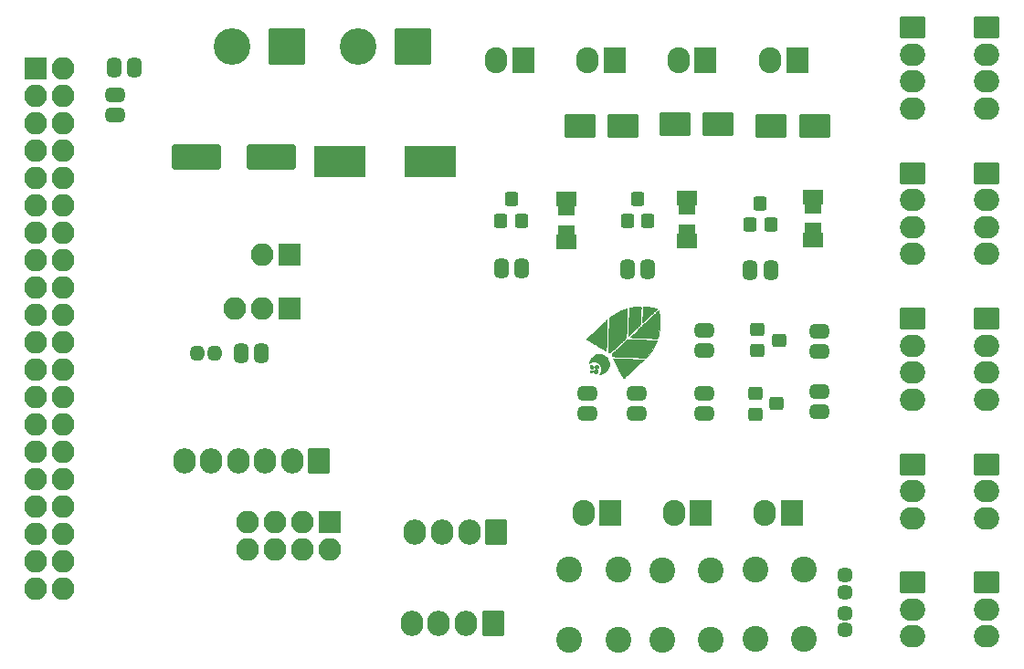
<source format=gbr>
G04 #@! TF.GenerationSoftware,KiCad,Pcbnew,7.0.7*
G04 #@! TF.CreationDate,2023-10-12T15:34:55+02:00*
G04 #@! TF.ProjectId,Astroplant_VFR,41737472-6f70-46c6-916e-745f5646522e,0.5*
G04 #@! TF.SameCoordinates,Original*
G04 #@! TF.FileFunction,Soldermask,Top*
G04 #@! TF.FilePolarity,Negative*
%FSLAX46Y46*%
G04 Gerber Fmt 4.6, Leading zero omitted, Abs format (unit mm)*
G04 Created by KiCad (PCBNEW 7.0.7) date 2023-10-12 15:34:55*
%MOMM*%
%LPD*%
G01*
G04 APERTURE LIST*
G04 Aperture macros list*
%AMRoundRect*
0 Rectangle with rounded corners*
0 $1 Rounding radius*
0 $2 $3 $4 $5 $6 $7 $8 $9 X,Y pos of 4 corners*
0 Add a 4 corners polygon primitive as box body*
4,1,4,$2,$3,$4,$5,$6,$7,$8,$9,$2,$3,0*
0 Add four circle primitives for the rounded corners*
1,1,$1+$1,$2,$3*
1,1,$1+$1,$4,$5*
1,1,$1+$1,$6,$7*
1,1,$1+$1,$8,$9*
0 Add four rect primitives between the rounded corners*
20,1,$1+$1,$2,$3,$4,$5,0*
20,1,$1+$1,$4,$5,$6,$7,0*
20,1,$1+$1,$6,$7,$8,$9,0*
20,1,$1+$1,$8,$9,$2,$3,0*%
%AMFreePoly0*
4,1,23,0.586777,0.930194,0.656366,0.874698,0.666410,0.860940,1.166410,0.110940,1.198065,0.027751,1.190491,-0.060935,1.166410,-0.110940,0.666410,-0.860940,0.601795,-0.922156,0.517019,-0.949275,0.500000,-0.950000,-0.500000,-0.950000,-0.586777,-0.930194,-0.656366,-0.874698,-0.694986,-0.794504,-0.700000,-0.750000,-0.700000,0.750000,-0.680194,0.836777,-0.624698,0.906366,-0.544504,0.944986,
-0.500000,0.950000,0.500000,0.950000,0.586777,0.930194,0.586777,0.930194,$1*%
G04 Aperture macros list end*
%ADD10C,0.010000*%
%ADD11RoundRect,0.200000X2.200000X1.250000X-2.200000X1.250000X-2.200000X-1.250000X2.200000X-1.250000X0*%
%ADD12RoundRect,0.443750X0.456250X-0.243750X0.456250X0.243750X-0.456250X0.243750X-0.456250X-0.243750X0*%
%ADD13RoundRect,0.443750X0.243750X0.456250X-0.243750X0.456250X-0.243750X-0.456250X0.243750X-0.456250X0*%
%ADD14RoundRect,0.200000X2.075000X0.950000X-2.075000X0.950000X-2.075000X-0.950000X2.075000X-0.950000X0*%
%ADD15RoundRect,0.418750X0.256250X-0.218750X0.256250X0.218750X-0.256250X0.218750X-0.256250X-0.218750X0*%
%ADD16RoundRect,0.200000X1.250000X0.900000X-1.250000X0.900000X-1.250000X-0.900000X1.250000X-0.900000X0*%
%ADD17RoundRect,0.418750X-0.218750X-0.256250X0.218750X-0.256250X0.218750X0.256250X-0.218750X0.256250X0*%
%ADD18RoundRect,0.200000X0.850000X0.975000X-0.850000X0.975000X-0.850000X-0.975000X0.850000X-0.975000X0*%
%ADD19O,2.100000X2.350000*%
%ADD20RoundRect,0.200000X-0.850000X-0.850000X0.850000X-0.850000X0.850000X0.850000X-0.850000X0.850000X0*%
%ADD21O,2.100000X2.100000*%
%ADD22RoundRect,0.200000X-0.975000X0.850000X-0.975000X-0.850000X0.975000X-0.850000X0.975000X0.850000X0*%
%ADD23O,2.350000X2.100000*%
%ADD24RoundRect,0.200000X0.850000X1.000000X-0.850000X1.000000X-0.850000X-1.000000X0.850000X-1.000000X0*%
%ADD25O,2.100000X2.400000*%
%ADD26RoundRect,0.200000X-0.850000X0.850000X-0.850000X-0.850000X0.850000X-0.850000X0.850000X0.850000X0*%
%ADD27R,1.500000X1.500000*%
%ADD28FreePoly0,270.000000*%
%ADD29FreePoly0,90.000000*%
%ADD30RoundRect,0.200000X-0.450000X-0.400000X0.450000X-0.400000X0.450000X0.400000X-0.450000X0.400000X0*%
%ADD31RoundRect,0.200000X0.400000X-0.450000X0.400000X0.450000X-0.400000X0.450000X-0.400000X-0.450000X0*%
%ADD32RoundRect,0.443750X-0.456250X0.243750X-0.456250X-0.243750X0.456250X-0.243750X0.456250X0.243750X0*%
%ADD33RoundRect,0.418750X-0.256250X0.218750X-0.256250X-0.218750X0.256250X-0.218750X0.256250X0.218750X0*%
%ADD34RoundRect,0.443750X-0.243750X-0.456250X0.243750X-0.456250X0.243750X0.456250X-0.243750X0.456250X0*%
%ADD35C,2.400000*%
%ADD36RoundRect,0.200000X1.500000X1.500000X-1.500000X1.500000X-1.500000X-1.500000X1.500000X-1.500000X0*%
%ADD37C,3.400000*%
G04 APERTURE END LIST*
D10*
X153743162Y-71385235D02*
X153773454Y-71394978D01*
X153807142Y-71419834D01*
X153830425Y-71455522D01*
X153840788Y-71497888D01*
X153841089Y-71506590D01*
X153833430Y-71546996D01*
X153812655Y-71581198D01*
X153782068Y-71606744D01*
X153744971Y-71621185D01*
X153704668Y-71622068D01*
X153690100Y-71618624D01*
X153660375Y-71605938D01*
X153637821Y-71586444D01*
X153619237Y-71559984D01*
X153604575Y-71522108D01*
X153604459Y-71484517D01*
X153616633Y-71449622D01*
X153638845Y-71419835D01*
X153668839Y-71397566D01*
X153704363Y-71385229D01*
X153743162Y-71385235D01*
G36*
X153743162Y-71385235D02*
G01*
X153773454Y-71394978D01*
X153807142Y-71419834D01*
X153830425Y-71455522D01*
X153840788Y-71497888D01*
X153841089Y-71506590D01*
X153833430Y-71546996D01*
X153812655Y-71581198D01*
X153782068Y-71606744D01*
X153744971Y-71621185D01*
X153704668Y-71622068D01*
X153690100Y-71618624D01*
X153660375Y-71605938D01*
X153637821Y-71586444D01*
X153619237Y-71559984D01*
X153604575Y-71522108D01*
X153604459Y-71484517D01*
X153616633Y-71449622D01*
X153638845Y-71419835D01*
X153668839Y-71397566D01*
X153704363Y-71385229D01*
X153743162Y-71385235D01*
G37*
X153779138Y-70920046D02*
X153817450Y-70932581D01*
X153860421Y-70960806D01*
X153891497Y-70999724D01*
X153909234Y-71046706D01*
X153912192Y-71099121D01*
X153911654Y-71104268D01*
X153898443Y-71155970D01*
X153872750Y-71196383D01*
X153835178Y-71224969D01*
X153786324Y-71241193D01*
X153754635Y-71244663D01*
X153713271Y-71244172D01*
X153683753Y-71238022D01*
X153673167Y-71233235D01*
X153630103Y-71202372D01*
X153601695Y-71164117D01*
X153586968Y-71116780D01*
X153584267Y-71079528D01*
X153591779Y-71028883D01*
X153612636Y-70985747D01*
X153644320Y-70951708D01*
X153684311Y-70928354D01*
X153730090Y-70917270D01*
X153779138Y-70920046D01*
G36*
X153779138Y-70920046D02*
G01*
X153817450Y-70932581D01*
X153860421Y-70960806D01*
X153891497Y-70999724D01*
X153909234Y-71046706D01*
X153912192Y-71099121D01*
X153911654Y-71104268D01*
X153898443Y-71155970D01*
X153872750Y-71196383D01*
X153835178Y-71224969D01*
X153786324Y-71241193D01*
X153754635Y-71244663D01*
X153713271Y-71244172D01*
X153683753Y-71238022D01*
X153673167Y-71233235D01*
X153630103Y-71202372D01*
X153601695Y-71164117D01*
X153586968Y-71116780D01*
X153584267Y-71079528D01*
X153591779Y-71028883D01*
X153612636Y-70985747D01*
X153644320Y-70951708D01*
X153684311Y-70928354D01*
X153730090Y-70917270D01*
X153779138Y-70920046D01*
G37*
X154258994Y-70907875D02*
X154296630Y-70926459D01*
X154297492Y-70927109D01*
X154330574Y-70961933D01*
X154352240Y-71004869D01*
X154362014Y-71052011D01*
X154359418Y-71099453D01*
X154343976Y-71143289D01*
X154326872Y-71167944D01*
X154289844Y-71199646D01*
X154246163Y-71220489D01*
X154200032Y-71229449D01*
X154155650Y-71225500D01*
X154130367Y-71215865D01*
X154084886Y-71183265D01*
X154053305Y-71141197D01*
X154036226Y-71090652D01*
X154033186Y-71055908D01*
X154041020Y-71007450D01*
X154063603Y-70964466D01*
X154098905Y-70930156D01*
X154121362Y-70916927D01*
X154165839Y-70902790D01*
X154213557Y-70899879D01*
X154258994Y-70907875D01*
G36*
X154258994Y-70907875D02*
G01*
X154296630Y-70926459D01*
X154297492Y-70927109D01*
X154330574Y-70961933D01*
X154352240Y-71004869D01*
X154362014Y-71052011D01*
X154359418Y-71099453D01*
X154343976Y-71143289D01*
X154326872Y-71167944D01*
X154289844Y-71199646D01*
X154246163Y-71220489D01*
X154200032Y-71229449D01*
X154155650Y-71225500D01*
X154130367Y-71215865D01*
X154084886Y-71183265D01*
X154053305Y-71141197D01*
X154036226Y-71090652D01*
X154033186Y-71055908D01*
X154041020Y-71007450D01*
X154063603Y-70964466D01*
X154098905Y-70930156D01*
X154121362Y-70916927D01*
X154165839Y-70902790D01*
X154213557Y-70899879D01*
X154258994Y-70907875D01*
G37*
X154221356Y-71353361D02*
X154260337Y-71376883D01*
X154271861Y-71388092D01*
X154297332Y-71427745D01*
X154310274Y-71473606D01*
X154311109Y-71521779D01*
X154300260Y-71568368D01*
X154278150Y-71609479D01*
X154245200Y-71641214D01*
X154244345Y-71641785D01*
X154207690Y-71658604D01*
X154163974Y-71667729D01*
X154119934Y-71668463D01*
X154082309Y-71660108D01*
X154079409Y-71658860D01*
X154040166Y-71632351D01*
X154010592Y-71594961D01*
X153991704Y-71550364D01*
X153984516Y-71502232D01*
X153990043Y-71454240D01*
X154009301Y-71410060D01*
X154010252Y-71408604D01*
X154041594Y-71375530D01*
X154082286Y-71353162D01*
X154128419Y-71341807D01*
X154176079Y-71341771D01*
X154221356Y-71353361D01*
G36*
X154221356Y-71353361D02*
G01*
X154260337Y-71376883D01*
X154271861Y-71388092D01*
X154297332Y-71427745D01*
X154310274Y-71473606D01*
X154311109Y-71521779D01*
X154300260Y-71568368D01*
X154278150Y-71609479D01*
X154245200Y-71641214D01*
X154244345Y-71641785D01*
X154207690Y-71658604D01*
X154163974Y-71667729D01*
X154119934Y-71668463D01*
X154082309Y-71660108D01*
X154079409Y-71658860D01*
X154040166Y-71632351D01*
X154010592Y-71594961D01*
X153991704Y-71550364D01*
X153984516Y-71502232D01*
X153990043Y-71454240D01*
X154009301Y-71410060D01*
X154010252Y-71408604D01*
X154041594Y-71375530D01*
X154082286Y-71353162D01*
X154128419Y-71341807D01*
X154176079Y-71341771D01*
X154221356Y-71353361D01*
G37*
X158691287Y-65474233D02*
X158746963Y-65478893D01*
X158814154Y-65486218D01*
X158890320Y-65495848D01*
X158972923Y-65507422D01*
X159059424Y-65520580D01*
X159147285Y-65534961D01*
X159233968Y-65550204D01*
X159316933Y-65565949D01*
X159341600Y-65570896D01*
X159392205Y-65581598D01*
X159447656Y-65594023D01*
X159505425Y-65607531D01*
X159562983Y-65621482D01*
X159617802Y-65635238D01*
X159667354Y-65648157D01*
X159709111Y-65659602D01*
X159740545Y-65668931D01*
X159759127Y-65675506D01*
X159762639Y-65677410D01*
X159770297Y-65691681D01*
X159773405Y-65712820D01*
X159771547Y-65726152D01*
X159764651Y-65740551D01*
X159750736Y-65758643D01*
X159727826Y-65783056D01*
X159699257Y-65811267D01*
X159658142Y-65850907D01*
X159608951Y-65897888D01*
X159552685Y-65951283D01*
X159490340Y-66010166D01*
X159422918Y-66073610D01*
X159351416Y-66140689D01*
X159276834Y-66210476D01*
X159200170Y-66282046D01*
X159122423Y-66354472D01*
X159044592Y-66426827D01*
X158967677Y-66498186D01*
X158892676Y-66567622D01*
X158820588Y-66634208D01*
X158752411Y-66697019D01*
X158689146Y-66755127D01*
X158631790Y-66807607D01*
X158581344Y-66853533D01*
X158538804Y-66891977D01*
X158505172Y-66922014D01*
X158481444Y-66942718D01*
X158468621Y-66953161D01*
X158466692Y-66954267D01*
X158465352Y-66946374D01*
X158464915Y-66924944D01*
X158465385Y-66893350D01*
X158466586Y-66859017D01*
X158467554Y-66834559D01*
X158469009Y-66794810D01*
X158470897Y-66741404D01*
X158473161Y-66675975D01*
X158475747Y-66600155D01*
X158478600Y-66515580D01*
X158481662Y-66423882D01*
X158484880Y-66326695D01*
X158488196Y-66225653D01*
X158490416Y-66157553D01*
X158494315Y-66037412D01*
X158497754Y-65933042D01*
X158500862Y-65843292D01*
X158503773Y-65767011D01*
X158506616Y-65703046D01*
X158509524Y-65650246D01*
X158512628Y-65607460D01*
X158516059Y-65573535D01*
X158519948Y-65547321D01*
X158524428Y-65527666D01*
X158529629Y-65513418D01*
X158535683Y-65503426D01*
X158542722Y-65496538D01*
X158550875Y-65491602D01*
X158560276Y-65487467D01*
X158567191Y-65484633D01*
X158591546Y-65478088D01*
X158624459Y-65473718D01*
X158649663Y-65472600D01*
X158691287Y-65474233D01*
G36*
X158691287Y-65474233D02*
G01*
X158746963Y-65478893D01*
X158814154Y-65486218D01*
X158890320Y-65495848D01*
X158972923Y-65507422D01*
X159059424Y-65520580D01*
X159147285Y-65534961D01*
X159233968Y-65550204D01*
X159316933Y-65565949D01*
X159341600Y-65570896D01*
X159392205Y-65581598D01*
X159447656Y-65594023D01*
X159505425Y-65607531D01*
X159562983Y-65621482D01*
X159617802Y-65635238D01*
X159667354Y-65648157D01*
X159709111Y-65659602D01*
X159740545Y-65668931D01*
X159759127Y-65675506D01*
X159762639Y-65677410D01*
X159770297Y-65691681D01*
X159773405Y-65712820D01*
X159771547Y-65726152D01*
X159764651Y-65740551D01*
X159750736Y-65758643D01*
X159727826Y-65783056D01*
X159699257Y-65811267D01*
X159658142Y-65850907D01*
X159608951Y-65897888D01*
X159552685Y-65951283D01*
X159490340Y-66010166D01*
X159422918Y-66073610D01*
X159351416Y-66140689D01*
X159276834Y-66210476D01*
X159200170Y-66282046D01*
X159122423Y-66354472D01*
X159044592Y-66426827D01*
X158967677Y-66498186D01*
X158892676Y-66567622D01*
X158820588Y-66634208D01*
X158752411Y-66697019D01*
X158689146Y-66755127D01*
X158631790Y-66807607D01*
X158581344Y-66853533D01*
X158538804Y-66891977D01*
X158505172Y-66922014D01*
X158481444Y-66942718D01*
X158468621Y-66953161D01*
X158466692Y-66954267D01*
X158465352Y-66946374D01*
X158464915Y-66924944D01*
X158465385Y-66893350D01*
X158466586Y-66859017D01*
X158467554Y-66834559D01*
X158469009Y-66794810D01*
X158470897Y-66741404D01*
X158473161Y-66675975D01*
X158475747Y-66600155D01*
X158478600Y-66515580D01*
X158481662Y-66423882D01*
X158484880Y-66326695D01*
X158488196Y-66225653D01*
X158490416Y-66157553D01*
X158494315Y-66037412D01*
X158497754Y-65933042D01*
X158500862Y-65843292D01*
X158503773Y-65767011D01*
X158506616Y-65703046D01*
X158509524Y-65650246D01*
X158512628Y-65607460D01*
X158516059Y-65573535D01*
X158519948Y-65547321D01*
X158524428Y-65527666D01*
X158529629Y-65513418D01*
X158535683Y-65503426D01*
X158542722Y-65496538D01*
X158550875Y-65491602D01*
X158560276Y-65487467D01*
X158567191Y-65484633D01*
X158591546Y-65478088D01*
X158624459Y-65473718D01*
X158649663Y-65472600D01*
X158691287Y-65474233D01*
G37*
X155172385Y-66933100D02*
X155166582Y-67159946D01*
X155160288Y-67390630D01*
X155153574Y-67623001D01*
X155146511Y-67854912D01*
X155139171Y-68084212D01*
X155131627Y-68308753D01*
X155123949Y-68526386D01*
X155116209Y-68734960D01*
X155108478Y-68932328D01*
X155100829Y-69116339D01*
X155095832Y-69230059D01*
X155092257Y-69306709D01*
X155089051Y-69368320D01*
X155086041Y-69416779D01*
X155083054Y-69453972D01*
X155079915Y-69481786D01*
X155076452Y-69502105D01*
X155072490Y-69516818D01*
X155068568Y-69526392D01*
X155053496Y-69548922D01*
X155037588Y-69559217D01*
X155036300Y-69559402D01*
X155026882Y-69555308D01*
X155003871Y-69542920D01*
X154968137Y-69522749D01*
X154920548Y-69495311D01*
X154861975Y-69461119D01*
X154793286Y-69420687D01*
X154715351Y-69374527D01*
X154629038Y-69323155D01*
X154535218Y-69267084D01*
X154434758Y-69206826D01*
X154328529Y-69142897D01*
X154217400Y-69075810D01*
X154190029Y-69059256D01*
X154081129Y-68993304D01*
X153975998Y-68929510D01*
X153875578Y-68868454D01*
X153780812Y-68810714D01*
X153692643Y-68756867D01*
X153612011Y-68707492D01*
X153539861Y-68663168D01*
X153477134Y-68624472D01*
X153424773Y-68591984D01*
X153383721Y-68566282D01*
X153354919Y-68547944D01*
X153339311Y-68537548D01*
X153337012Y-68535779D01*
X153322351Y-68519504D01*
X153315314Y-68501386D01*
X153313350Y-68474366D01*
X153313334Y-68470282D01*
X153314468Y-68444304D01*
X153319874Y-68425659D01*
X153332552Y-68407632D01*
X153349317Y-68389785D01*
X153358395Y-68381132D01*
X153379069Y-68361811D01*
X153410473Y-68332616D01*
X153451743Y-68294346D01*
X153502015Y-68247799D01*
X153560424Y-68193770D01*
X153626104Y-68133057D01*
X153698193Y-68066457D01*
X153775824Y-67994768D01*
X153858133Y-67918787D01*
X153944256Y-67839310D01*
X154033328Y-67757135D01*
X154124484Y-67673059D01*
X154216860Y-67587879D01*
X154309591Y-67502392D01*
X154401812Y-67417396D01*
X154492660Y-67333688D01*
X154581268Y-67252064D01*
X154666773Y-67173322D01*
X154748310Y-67098259D01*
X154825014Y-67027673D01*
X154896020Y-66962359D01*
X154960465Y-66903117D01*
X155017483Y-66850741D01*
X155066209Y-66806031D01*
X155105780Y-66769783D01*
X155135330Y-66742793D01*
X155153995Y-66725860D01*
X155157963Y-66722309D01*
X155178026Y-66704500D01*
X155172385Y-66933100D01*
G36*
X155172385Y-66933100D02*
G01*
X155166582Y-67159946D01*
X155160288Y-67390630D01*
X155153574Y-67623001D01*
X155146511Y-67854912D01*
X155139171Y-68084212D01*
X155131627Y-68308753D01*
X155123949Y-68526386D01*
X155116209Y-68734960D01*
X155108478Y-68932328D01*
X155100829Y-69116339D01*
X155095832Y-69230059D01*
X155092257Y-69306709D01*
X155089051Y-69368320D01*
X155086041Y-69416779D01*
X155083054Y-69453972D01*
X155079915Y-69481786D01*
X155076452Y-69502105D01*
X155072490Y-69516818D01*
X155068568Y-69526392D01*
X155053496Y-69548922D01*
X155037588Y-69559217D01*
X155036300Y-69559402D01*
X155026882Y-69555308D01*
X155003871Y-69542920D01*
X154968137Y-69522749D01*
X154920548Y-69495311D01*
X154861975Y-69461119D01*
X154793286Y-69420687D01*
X154715351Y-69374527D01*
X154629038Y-69323155D01*
X154535218Y-69267084D01*
X154434758Y-69206826D01*
X154328529Y-69142897D01*
X154217400Y-69075810D01*
X154190029Y-69059256D01*
X154081129Y-68993304D01*
X153975998Y-68929510D01*
X153875578Y-68868454D01*
X153780812Y-68810714D01*
X153692643Y-68756867D01*
X153612011Y-68707492D01*
X153539861Y-68663168D01*
X153477134Y-68624472D01*
X153424773Y-68591984D01*
X153383721Y-68566282D01*
X153354919Y-68547944D01*
X153339311Y-68537548D01*
X153337012Y-68535779D01*
X153322351Y-68519504D01*
X153315314Y-68501386D01*
X153313350Y-68474366D01*
X153313334Y-68470282D01*
X153314468Y-68444304D01*
X153319874Y-68425659D01*
X153332552Y-68407632D01*
X153349317Y-68389785D01*
X153358395Y-68381132D01*
X153379069Y-68361811D01*
X153410473Y-68332616D01*
X153451743Y-68294346D01*
X153502015Y-68247799D01*
X153560424Y-68193770D01*
X153626104Y-68133057D01*
X153698193Y-68066457D01*
X153775824Y-67994768D01*
X153858133Y-67918787D01*
X153944256Y-67839310D01*
X154033328Y-67757135D01*
X154124484Y-67673059D01*
X154216860Y-67587879D01*
X154309591Y-67502392D01*
X154401812Y-67417396D01*
X154492660Y-67333688D01*
X154581268Y-67252064D01*
X154666773Y-67173322D01*
X154748310Y-67098259D01*
X154825014Y-67027673D01*
X154896020Y-66962359D01*
X154960465Y-66903117D01*
X155017483Y-66850741D01*
X155066209Y-66806031D01*
X155105780Y-66769783D01*
X155135330Y-66742793D01*
X155153995Y-66725860D01*
X155157963Y-66722309D01*
X155178026Y-66704500D01*
X155172385Y-66933100D01*
G37*
X154546953Y-69893571D02*
X154661545Y-69915258D01*
X154773193Y-69952670D01*
X154880879Y-70005591D01*
X154983581Y-70073808D01*
X155080279Y-70157106D01*
X155107076Y-70184077D01*
X155190100Y-70281784D01*
X155257878Y-70385391D01*
X155310295Y-70493764D01*
X155347236Y-70605771D01*
X155368586Y-70720277D01*
X155374229Y-70836149D01*
X155364050Y-70952254D01*
X155337935Y-71067458D01*
X155295766Y-71180628D01*
X155237431Y-71290630D01*
X155222063Y-71314832D01*
X155187637Y-71361874D01*
X155143490Y-71414050D01*
X155093590Y-71467275D01*
X155041905Y-71517460D01*
X154992403Y-71560519D01*
X154959193Y-71585610D01*
X154886583Y-71630464D01*
X154806322Y-71670914D01*
X154724865Y-71703988D01*
X154657648Y-71724547D01*
X154614156Y-71734499D01*
X154572209Y-71742484D01*
X154534917Y-71748092D01*
X154505390Y-71750916D01*
X154486737Y-71750546D01*
X154481734Y-71747677D01*
X154486486Y-71738399D01*
X154498956Y-71719761D01*
X154516462Y-71695770D01*
X154516762Y-71695372D01*
X154559990Y-71628337D01*
X154597421Y-71550947D01*
X154626171Y-71469527D01*
X154634802Y-71436355D01*
X154642774Y-71398914D01*
X154647732Y-71366122D01*
X154650070Y-71332519D01*
X154650179Y-71292645D01*
X154648600Y-71244521D01*
X154644408Y-71176835D01*
X154637230Y-71120603D01*
X154625772Y-71070430D01*
X154608740Y-71020921D01*
X154584841Y-70966682D01*
X154579112Y-70954767D01*
X154527085Y-70865725D01*
X154463245Y-70788572D01*
X154387360Y-70723118D01*
X154299200Y-70669175D01*
X154198532Y-70626553D01*
X154163816Y-70615327D01*
X154130156Y-70605779D01*
X154100678Y-70599287D01*
X154070528Y-70595277D01*
X154034848Y-70593175D01*
X153988784Y-70592408D01*
X153969500Y-70592348D01*
X153914488Y-70592890D01*
X153871545Y-70594965D01*
X153835841Y-70599044D01*
X153802545Y-70605599D01*
X153783233Y-70610503D01*
X153712131Y-70634099D01*
X153642256Y-70665301D01*
X153579963Y-70701098D01*
X153555056Y-70718695D01*
X153513910Y-70750112D01*
X153519863Y-70691573D01*
X153533216Y-70617214D01*
X153557915Y-70536294D01*
X153592183Y-70452951D01*
X153634240Y-70371327D01*
X153682311Y-70295559D01*
X153700577Y-70270735D01*
X153763933Y-70197584D01*
X153838733Y-70126912D01*
X153920622Y-70062196D01*
X154005243Y-70006910D01*
X154079567Y-69968344D01*
X154195726Y-69924994D01*
X154313023Y-69898224D01*
X154430439Y-69887821D01*
X154546953Y-69893571D01*
G36*
X154546953Y-69893571D02*
G01*
X154661545Y-69915258D01*
X154773193Y-69952670D01*
X154880879Y-70005591D01*
X154983581Y-70073808D01*
X155080279Y-70157106D01*
X155107076Y-70184077D01*
X155190100Y-70281784D01*
X155257878Y-70385391D01*
X155310295Y-70493764D01*
X155347236Y-70605771D01*
X155368586Y-70720277D01*
X155374229Y-70836149D01*
X155364050Y-70952254D01*
X155337935Y-71067458D01*
X155295766Y-71180628D01*
X155237431Y-71290630D01*
X155222063Y-71314832D01*
X155187637Y-71361874D01*
X155143490Y-71414050D01*
X155093590Y-71467275D01*
X155041905Y-71517460D01*
X154992403Y-71560519D01*
X154959193Y-71585610D01*
X154886583Y-71630464D01*
X154806322Y-71670914D01*
X154724865Y-71703988D01*
X154657648Y-71724547D01*
X154614156Y-71734499D01*
X154572209Y-71742484D01*
X154534917Y-71748092D01*
X154505390Y-71750916D01*
X154486737Y-71750546D01*
X154481734Y-71747677D01*
X154486486Y-71738399D01*
X154498956Y-71719761D01*
X154516462Y-71695770D01*
X154516762Y-71695372D01*
X154559990Y-71628337D01*
X154597421Y-71550947D01*
X154626171Y-71469527D01*
X154634802Y-71436355D01*
X154642774Y-71398914D01*
X154647732Y-71366122D01*
X154650070Y-71332519D01*
X154650179Y-71292645D01*
X154648600Y-71244521D01*
X154644408Y-71176835D01*
X154637230Y-71120603D01*
X154625772Y-71070430D01*
X154608740Y-71020921D01*
X154584841Y-70966682D01*
X154579112Y-70954767D01*
X154527085Y-70865725D01*
X154463245Y-70788572D01*
X154387360Y-70723118D01*
X154299200Y-70669175D01*
X154198532Y-70626553D01*
X154163816Y-70615327D01*
X154130156Y-70605779D01*
X154100678Y-70599287D01*
X154070528Y-70595277D01*
X154034848Y-70593175D01*
X153988784Y-70592408D01*
X153969500Y-70592348D01*
X153914488Y-70592890D01*
X153871545Y-70594965D01*
X153835841Y-70599044D01*
X153802545Y-70605599D01*
X153783233Y-70610503D01*
X153712131Y-70634099D01*
X153642256Y-70665301D01*
X153579963Y-70701098D01*
X153555056Y-70718695D01*
X153513910Y-70750112D01*
X153519863Y-70691573D01*
X153533216Y-70617214D01*
X153557915Y-70536294D01*
X153592183Y-70452951D01*
X153634240Y-70371327D01*
X153682311Y-70295559D01*
X153700577Y-70270735D01*
X153763933Y-70197584D01*
X153838733Y-70126912D01*
X153920622Y-70062196D01*
X154005243Y-70006910D01*
X154079567Y-69968344D01*
X154195726Y-69924994D01*
X154313023Y-69898224D01*
X154430439Y-69887821D01*
X154546953Y-69893571D01*
G37*
X159947673Y-65864185D02*
X159951340Y-65874255D01*
X159957545Y-65898220D01*
X159965713Y-65933332D01*
X159975270Y-65976841D01*
X159985640Y-66025998D01*
X159996248Y-66078053D01*
X160006520Y-66130257D01*
X160015881Y-66179862D01*
X160023755Y-66224117D01*
X160026905Y-66243067D01*
X160062156Y-66513202D01*
X160081570Y-66786303D01*
X160085240Y-67060779D01*
X160073259Y-67335044D01*
X160045721Y-67607508D01*
X160002719Y-67876584D01*
X159944346Y-68140682D01*
X159907237Y-68277996D01*
X159887624Y-68337211D01*
X159867123Y-68380606D01*
X159844939Y-68409294D01*
X159820279Y-68424390D01*
X159800610Y-68427467D01*
X159778317Y-68428472D01*
X159763509Y-68430668D01*
X159753874Y-68430679D01*
X159728278Y-68429982D01*
X159687676Y-68428614D01*
X159633023Y-68426614D01*
X159565277Y-68424021D01*
X159485391Y-68420873D01*
X159394322Y-68417210D01*
X159293025Y-68413071D01*
X159182456Y-68408493D01*
X159063570Y-68403516D01*
X158937323Y-68398178D01*
X158804670Y-68392518D01*
X158666568Y-68386575D01*
X158534728Y-68380856D01*
X158392566Y-68374638D01*
X158255056Y-68368570D01*
X158123146Y-68362695D01*
X157997784Y-68357058D01*
X157879919Y-68351703D01*
X157770499Y-68346675D01*
X157670473Y-68342019D01*
X157580789Y-68337778D01*
X157502394Y-68333998D01*
X157436238Y-68330722D01*
X157383270Y-68327995D01*
X157344436Y-68325863D01*
X157320686Y-68324368D01*
X157312965Y-68323587D01*
X157317932Y-68316796D01*
X157334678Y-68299100D01*
X157362563Y-68271100D01*
X157400946Y-68233402D01*
X157449185Y-68186609D01*
X157506640Y-68131325D01*
X157572671Y-68068153D01*
X157646637Y-67997697D01*
X157727895Y-67920560D01*
X157815807Y-67837348D01*
X157909731Y-67748662D01*
X158009026Y-67655108D01*
X158113052Y-67557288D01*
X158221168Y-67455807D01*
X158332732Y-67351268D01*
X158447104Y-67244275D01*
X158563644Y-67135431D01*
X158681710Y-67025341D01*
X158800661Y-66914608D01*
X158919858Y-66803835D01*
X159038659Y-66693627D01*
X159156423Y-66584587D01*
X159272509Y-66477319D01*
X159278633Y-66471667D01*
X159384584Y-66373896D01*
X159478788Y-66287000D01*
X159561930Y-66210359D01*
X159634695Y-66143350D01*
X159697768Y-66085351D01*
X159751833Y-66035741D01*
X159797575Y-65993898D01*
X159835679Y-65959201D01*
X159866830Y-65931026D01*
X159891712Y-65908753D01*
X159911011Y-65891761D01*
X159925411Y-65879426D01*
X159935596Y-65871127D01*
X159942253Y-65866243D01*
X159946065Y-65864152D01*
X159947673Y-65864185D01*
G36*
X159947673Y-65864185D02*
G01*
X159951340Y-65874255D01*
X159957545Y-65898220D01*
X159965713Y-65933332D01*
X159975270Y-65976841D01*
X159985640Y-66025998D01*
X159996248Y-66078053D01*
X160006520Y-66130257D01*
X160015881Y-66179862D01*
X160023755Y-66224117D01*
X160026905Y-66243067D01*
X160062156Y-66513202D01*
X160081570Y-66786303D01*
X160085240Y-67060779D01*
X160073259Y-67335044D01*
X160045721Y-67607508D01*
X160002719Y-67876584D01*
X159944346Y-68140682D01*
X159907237Y-68277996D01*
X159887624Y-68337211D01*
X159867123Y-68380606D01*
X159844939Y-68409294D01*
X159820279Y-68424390D01*
X159800610Y-68427467D01*
X159778317Y-68428472D01*
X159763509Y-68430668D01*
X159753874Y-68430679D01*
X159728278Y-68429982D01*
X159687676Y-68428614D01*
X159633023Y-68426614D01*
X159565277Y-68424021D01*
X159485391Y-68420873D01*
X159394322Y-68417210D01*
X159293025Y-68413071D01*
X159182456Y-68408493D01*
X159063570Y-68403516D01*
X158937323Y-68398178D01*
X158804670Y-68392518D01*
X158666568Y-68386575D01*
X158534728Y-68380856D01*
X158392566Y-68374638D01*
X158255056Y-68368570D01*
X158123146Y-68362695D01*
X157997784Y-68357058D01*
X157879919Y-68351703D01*
X157770499Y-68346675D01*
X157670473Y-68342019D01*
X157580789Y-68337778D01*
X157502394Y-68333998D01*
X157436238Y-68330722D01*
X157383270Y-68327995D01*
X157344436Y-68325863D01*
X157320686Y-68324368D01*
X157312965Y-68323587D01*
X157317932Y-68316796D01*
X157334678Y-68299100D01*
X157362563Y-68271100D01*
X157400946Y-68233402D01*
X157449185Y-68186609D01*
X157506640Y-68131325D01*
X157572671Y-68068153D01*
X157646637Y-67997697D01*
X157727895Y-67920560D01*
X157815807Y-67837348D01*
X157909731Y-67748662D01*
X158009026Y-67655108D01*
X158113052Y-67557288D01*
X158221168Y-67455807D01*
X158332732Y-67351268D01*
X158447104Y-67244275D01*
X158563644Y-67135431D01*
X158681710Y-67025341D01*
X158800661Y-66914608D01*
X158919858Y-66803835D01*
X159038659Y-66693627D01*
X159156423Y-66584587D01*
X159272509Y-66477319D01*
X159278633Y-66471667D01*
X159384584Y-66373896D01*
X159478788Y-66287000D01*
X159561930Y-66210359D01*
X159634695Y-66143350D01*
X159697768Y-66085351D01*
X159751833Y-66035741D01*
X159797575Y-65993898D01*
X159835679Y-65959201D01*
X159866830Y-65931026D01*
X159891712Y-65908753D01*
X159911011Y-65891761D01*
X159925411Y-65879426D01*
X159935596Y-65871127D01*
X159942253Y-65866243D01*
X159946065Y-65864152D01*
X159947673Y-65864185D01*
G37*
X158200836Y-65474252D02*
X158239525Y-65477065D01*
X158267755Y-65482731D01*
X158287662Y-65491665D01*
X158301377Y-65504283D01*
X158310462Y-65519725D01*
X158312251Y-65526911D01*
X158313542Y-65540200D01*
X158314311Y-65560561D01*
X158314536Y-65588959D01*
X158314192Y-65626363D01*
X158313258Y-65673739D01*
X158311708Y-65732056D01*
X158309521Y-65802279D01*
X158306672Y-65885376D01*
X158303138Y-65982315D01*
X158298897Y-66094062D01*
X158293924Y-66221585D01*
X158292954Y-66246182D01*
X158288561Y-66356024D01*
X158284198Y-66462562D01*
X158279929Y-66564359D01*
X158275821Y-66659975D01*
X158271936Y-66747970D01*
X158268342Y-66826905D01*
X158265101Y-66895340D01*
X158262281Y-66951837D01*
X158259944Y-66994955D01*
X158258157Y-67023256D01*
X158257536Y-67030921D01*
X158250140Y-67088308D01*
X158239111Y-67133600D01*
X158222835Y-67171511D01*
X158199700Y-67206759D01*
X158195617Y-67212009D01*
X158186562Y-67221389D01*
X158166216Y-67241174D01*
X158135736Y-67270286D01*
X158096278Y-67307649D01*
X158049000Y-67352189D01*
X157995059Y-67402828D01*
X157935613Y-67458492D01*
X157871817Y-67518104D01*
X157804830Y-67580588D01*
X157735808Y-67644869D01*
X157665908Y-67709870D01*
X157596288Y-67774516D01*
X157528104Y-67837732D01*
X157462514Y-67898440D01*
X157400675Y-67955565D01*
X157343744Y-68008032D01*
X157292877Y-68054764D01*
X157249232Y-68094685D01*
X157213967Y-68126721D01*
X157188237Y-68149794D01*
X157173201Y-68162829D01*
X157171853Y-68163920D01*
X157161541Y-68170266D01*
X157157803Y-68164332D01*
X157157468Y-68151220D01*
X157157776Y-68140051D01*
X157158619Y-68112922D01*
X157159963Y-68070795D01*
X157161777Y-68014635D01*
X157164030Y-67945405D01*
X157166689Y-67864068D01*
X157169724Y-67771587D01*
X157173102Y-67668926D01*
X157176792Y-67557049D01*
X157180762Y-67436919D01*
X157184981Y-67309499D01*
X157189416Y-67175753D01*
X157194037Y-67036644D01*
X157198781Y-66894048D01*
X157204703Y-66717096D01*
X157210149Y-66556396D01*
X157215148Y-66411275D01*
X157219727Y-66281060D01*
X157223916Y-66165077D01*
X157227741Y-66062654D01*
X157231232Y-65973117D01*
X157234416Y-65895793D01*
X157237322Y-65830008D01*
X157239978Y-65775090D01*
X157242412Y-65730364D01*
X157244652Y-65695158D01*
X157246727Y-65668798D01*
X157248664Y-65650612D01*
X157250492Y-65639924D01*
X157251430Y-65637065D01*
X157262184Y-65619160D01*
X157277007Y-65603778D01*
X157297693Y-65590281D01*
X157326038Y-65578033D01*
X157363835Y-65566395D01*
X157412879Y-65554732D01*
X157474966Y-65542406D01*
X157551889Y-65528780D01*
X157560660Y-65527289D01*
X157783499Y-65496580D01*
X158014876Y-65478414D01*
X158083554Y-65475522D01*
X158149557Y-65473876D01*
X158200836Y-65474252D01*
G36*
X158200836Y-65474252D02*
G01*
X158239525Y-65477065D01*
X158267755Y-65482731D01*
X158287662Y-65491665D01*
X158301377Y-65504283D01*
X158310462Y-65519725D01*
X158312251Y-65526911D01*
X158313542Y-65540200D01*
X158314311Y-65560561D01*
X158314536Y-65588959D01*
X158314192Y-65626363D01*
X158313258Y-65673739D01*
X158311708Y-65732056D01*
X158309521Y-65802279D01*
X158306672Y-65885376D01*
X158303138Y-65982315D01*
X158298897Y-66094062D01*
X158293924Y-66221585D01*
X158292954Y-66246182D01*
X158288561Y-66356024D01*
X158284198Y-66462562D01*
X158279929Y-66564359D01*
X158275821Y-66659975D01*
X158271936Y-66747970D01*
X158268342Y-66826905D01*
X158265101Y-66895340D01*
X158262281Y-66951837D01*
X158259944Y-66994955D01*
X158258157Y-67023256D01*
X158257536Y-67030921D01*
X158250140Y-67088308D01*
X158239111Y-67133600D01*
X158222835Y-67171511D01*
X158199700Y-67206759D01*
X158195617Y-67212009D01*
X158186562Y-67221389D01*
X158166216Y-67241174D01*
X158135736Y-67270286D01*
X158096278Y-67307649D01*
X158049000Y-67352189D01*
X157995059Y-67402828D01*
X157935613Y-67458492D01*
X157871817Y-67518104D01*
X157804830Y-67580588D01*
X157735808Y-67644869D01*
X157665908Y-67709870D01*
X157596288Y-67774516D01*
X157528104Y-67837732D01*
X157462514Y-67898440D01*
X157400675Y-67955565D01*
X157343744Y-68008032D01*
X157292877Y-68054764D01*
X157249232Y-68094685D01*
X157213967Y-68126721D01*
X157188237Y-68149794D01*
X157173201Y-68162829D01*
X157171853Y-68163920D01*
X157161541Y-68170266D01*
X157157803Y-68164332D01*
X157157468Y-68151220D01*
X157157776Y-68140051D01*
X157158619Y-68112922D01*
X157159963Y-68070795D01*
X157161777Y-68014635D01*
X157164030Y-67945405D01*
X157166689Y-67864068D01*
X157169724Y-67771587D01*
X157173102Y-67668926D01*
X157176792Y-67557049D01*
X157180762Y-67436919D01*
X157184981Y-67309499D01*
X157189416Y-67175753D01*
X157194037Y-67036644D01*
X157198781Y-66894048D01*
X157204703Y-66717096D01*
X157210149Y-66556396D01*
X157215148Y-66411275D01*
X157219727Y-66281060D01*
X157223916Y-66165077D01*
X157227741Y-66062654D01*
X157231232Y-65973117D01*
X157234416Y-65895793D01*
X157237322Y-65830008D01*
X157239978Y-65775090D01*
X157242412Y-65730364D01*
X157244652Y-65695158D01*
X157246727Y-65668798D01*
X157248664Y-65650612D01*
X157250492Y-65639924D01*
X157251430Y-65637065D01*
X157262184Y-65619160D01*
X157277007Y-65603778D01*
X157297693Y-65590281D01*
X157326038Y-65578033D01*
X157363835Y-65566395D01*
X157412879Y-65554732D01*
X157474966Y-65542406D01*
X157551889Y-65528780D01*
X157560660Y-65527289D01*
X157783499Y-65496580D01*
X158014876Y-65478414D01*
X158083554Y-65475522D01*
X158149557Y-65473876D01*
X158200836Y-65474252D01*
G37*
X155946656Y-70308476D02*
X156020473Y-70309767D01*
X156106346Y-70311675D01*
X156203303Y-70314165D01*
X156310372Y-70317204D01*
X156426580Y-70320756D01*
X156550957Y-70324789D01*
X156682531Y-70329267D01*
X156820329Y-70334158D01*
X156963379Y-70339426D01*
X157110710Y-70345038D01*
X157261351Y-70350959D01*
X157414328Y-70357156D01*
X157568670Y-70363594D01*
X157723406Y-70370240D01*
X157877563Y-70377059D01*
X158030170Y-70384017D01*
X158180254Y-70391081D01*
X158326844Y-70398215D01*
X158384867Y-70401110D01*
X158439867Y-70404015D01*
X158488980Y-70406876D01*
X158529757Y-70409528D01*
X158559746Y-70411807D01*
X158576501Y-70413547D01*
X158579151Y-70414167D01*
X158580069Y-70414512D01*
X158581080Y-70414660D01*
X158581606Y-70415149D01*
X158581070Y-70416521D01*
X158578896Y-70419315D01*
X158574506Y-70424071D01*
X158567322Y-70431329D01*
X158556768Y-70441629D01*
X158542266Y-70455512D01*
X158523240Y-70473517D01*
X158499111Y-70496185D01*
X158469302Y-70524054D01*
X158433238Y-70557666D01*
X158390339Y-70597561D01*
X158340030Y-70644277D01*
X158281732Y-70698357D01*
X158214869Y-70760338D01*
X158138863Y-70830763D01*
X158053137Y-70910169D01*
X157957114Y-70999098D01*
X157850217Y-71098090D01*
X157731868Y-71207684D01*
X157644682Y-71288423D01*
X157521000Y-71402941D01*
X157409114Y-71506485D01*
X157308413Y-71599603D01*
X157218286Y-71682842D01*
X157138121Y-71756751D01*
X157067307Y-71821880D01*
X157005232Y-71878775D01*
X156951285Y-71927985D01*
X156904854Y-71970058D01*
X156865327Y-72005543D01*
X156832094Y-72034989D01*
X156804543Y-72058943D01*
X156782062Y-72077953D01*
X156764041Y-72092568D01*
X156749866Y-72103337D01*
X156738928Y-72110807D01*
X156730614Y-72115527D01*
X156724314Y-72118046D01*
X156719414Y-72118911D01*
X156718503Y-72118933D01*
X156693857Y-72114757D01*
X156672227Y-72099830D01*
X156664068Y-72091417D01*
X156656926Y-72080343D01*
X156642597Y-72055188D01*
X156621604Y-72016946D01*
X156594471Y-71966612D01*
X156561722Y-71905180D01*
X156523881Y-71833644D01*
X156481472Y-71752999D01*
X156435019Y-71664239D01*
X156385046Y-71568359D01*
X156332077Y-71466352D01*
X156276636Y-71359213D01*
X156219247Y-71247937D01*
X156203831Y-71217983D01*
X156130533Y-71075346D01*
X156064842Y-70947179D01*
X156006497Y-70832958D01*
X155955238Y-70732160D01*
X155910803Y-70644259D01*
X155872931Y-70568733D01*
X155841362Y-70505057D01*
X155815835Y-70452707D01*
X155796088Y-70411160D01*
X155781862Y-70379890D01*
X155772894Y-70358374D01*
X155768924Y-70346089D01*
X155768667Y-70343961D01*
X155771120Y-70323532D01*
X155781257Y-70313464D01*
X155791382Y-70310155D01*
X155807258Y-70308640D01*
X155839077Y-70307878D01*
X155885867Y-70307835D01*
X155946656Y-70308476D01*
G36*
X155946656Y-70308476D02*
G01*
X156020473Y-70309767D01*
X156106346Y-70311675D01*
X156203303Y-70314165D01*
X156310372Y-70317204D01*
X156426580Y-70320756D01*
X156550957Y-70324789D01*
X156682531Y-70329267D01*
X156820329Y-70334158D01*
X156963379Y-70339426D01*
X157110710Y-70345038D01*
X157261351Y-70350959D01*
X157414328Y-70357156D01*
X157568670Y-70363594D01*
X157723406Y-70370240D01*
X157877563Y-70377059D01*
X158030170Y-70384017D01*
X158180254Y-70391081D01*
X158326844Y-70398215D01*
X158384867Y-70401110D01*
X158439867Y-70404015D01*
X158488980Y-70406876D01*
X158529757Y-70409528D01*
X158559746Y-70411807D01*
X158576501Y-70413547D01*
X158579151Y-70414167D01*
X158580069Y-70414512D01*
X158581080Y-70414660D01*
X158581606Y-70415149D01*
X158581070Y-70416521D01*
X158578896Y-70419315D01*
X158574506Y-70424071D01*
X158567322Y-70431329D01*
X158556768Y-70441629D01*
X158542266Y-70455512D01*
X158523240Y-70473517D01*
X158499111Y-70496185D01*
X158469302Y-70524054D01*
X158433238Y-70557666D01*
X158390339Y-70597561D01*
X158340030Y-70644277D01*
X158281732Y-70698357D01*
X158214869Y-70760338D01*
X158138863Y-70830763D01*
X158053137Y-70910169D01*
X157957114Y-70999098D01*
X157850217Y-71098090D01*
X157731868Y-71207684D01*
X157644682Y-71288423D01*
X157521000Y-71402941D01*
X157409114Y-71506485D01*
X157308413Y-71599603D01*
X157218286Y-71682842D01*
X157138121Y-71756751D01*
X157067307Y-71821880D01*
X157005232Y-71878775D01*
X156951285Y-71927985D01*
X156904854Y-71970058D01*
X156865327Y-72005543D01*
X156832094Y-72034989D01*
X156804543Y-72058943D01*
X156782062Y-72077953D01*
X156764041Y-72092568D01*
X156749866Y-72103337D01*
X156738928Y-72110807D01*
X156730614Y-72115527D01*
X156724314Y-72118046D01*
X156719414Y-72118911D01*
X156718503Y-72118933D01*
X156693857Y-72114757D01*
X156672227Y-72099830D01*
X156664068Y-72091417D01*
X156656926Y-72080343D01*
X156642597Y-72055188D01*
X156621604Y-72016946D01*
X156594471Y-71966612D01*
X156561722Y-71905180D01*
X156523881Y-71833644D01*
X156481472Y-71752999D01*
X156435019Y-71664239D01*
X156385046Y-71568359D01*
X156332077Y-71466352D01*
X156276636Y-71359213D01*
X156219247Y-71247937D01*
X156203831Y-71217983D01*
X156130533Y-71075346D01*
X156064842Y-70947179D01*
X156006497Y-70832958D01*
X155955238Y-70732160D01*
X155910803Y-70644259D01*
X155872931Y-70568733D01*
X155841362Y-70505057D01*
X155815835Y-70452707D01*
X155796088Y-70411160D01*
X155781862Y-70379890D01*
X155772894Y-70358374D01*
X155768924Y-70346089D01*
X155768667Y-70343961D01*
X155771120Y-70323532D01*
X155781257Y-70313464D01*
X155791382Y-70310155D01*
X155807258Y-70308640D01*
X155839077Y-70307878D01*
X155885867Y-70307835D01*
X155946656Y-70308476D01*
G37*
X157026719Y-65867510D02*
X157025080Y-65928991D01*
X157023098Y-66003368D01*
X157020879Y-66086607D01*
X157018531Y-66174678D01*
X157016162Y-66263548D01*
X157013879Y-66349186D01*
X157012871Y-66387000D01*
X157008605Y-66541772D01*
X157004080Y-66696207D01*
X156999337Y-66849287D01*
X156994420Y-66999996D01*
X156989370Y-67147316D01*
X156984232Y-67290231D01*
X156979047Y-67427723D01*
X156973859Y-67558777D01*
X156968710Y-67682374D01*
X156963642Y-67797498D01*
X156958699Y-67903133D01*
X156953923Y-67998260D01*
X156949357Y-68081864D01*
X156945044Y-68152927D01*
X156941026Y-68210432D01*
X156937346Y-68253363D01*
X156934047Y-68280702D01*
X156933097Y-68285908D01*
X156912867Y-68352208D01*
X156880525Y-68413529D01*
X156833956Y-68473769D01*
X156827000Y-68481449D01*
X156815242Y-68493245D01*
X156792017Y-68515632D01*
X156758293Y-68547708D01*
X156715039Y-68588571D01*
X156663223Y-68637319D01*
X156603814Y-68693048D01*
X156537779Y-68754857D01*
X156466088Y-68821843D01*
X156389709Y-68893105D01*
X156309609Y-68967739D01*
X156226758Y-69044843D01*
X156142124Y-69123516D01*
X156056675Y-69202855D01*
X155971379Y-69281958D01*
X155887205Y-69359921D01*
X155805122Y-69435844D01*
X155726096Y-69508823D01*
X155651098Y-69577957D01*
X155582387Y-69641156D01*
X155550448Y-69668795D01*
X155517832Y-69694201D01*
X155489665Y-69713487D01*
X155479145Y-69719472D01*
X155431816Y-69736265D01*
X155385317Y-69739524D01*
X155343448Y-69729225D01*
X155327536Y-69720434D01*
X155306119Y-69702444D01*
X155290264Y-69682966D01*
X155288473Y-69679668D01*
X155287239Y-69673952D01*
X155286331Y-69662159D01*
X155285766Y-69643641D01*
X155285562Y-69617751D01*
X155285735Y-69583841D01*
X155286303Y-69541265D01*
X155287282Y-69489374D01*
X155288691Y-69427522D01*
X155290545Y-69355062D01*
X155292862Y-69271346D01*
X155295660Y-69175727D01*
X155298955Y-69067557D01*
X155302764Y-68946190D01*
X155307105Y-68810978D01*
X155311994Y-68661274D01*
X155317450Y-68496430D01*
X155323488Y-68315800D01*
X155328440Y-68168684D01*
X155333824Y-68010338D01*
X155339150Y-67856062D01*
X155344384Y-67706750D01*
X155349491Y-67563300D01*
X155354438Y-67426606D01*
X155359188Y-67297564D01*
X155363709Y-67177070D01*
X155367965Y-67066019D01*
X155371922Y-66965306D01*
X155375546Y-66875828D01*
X155378801Y-66798480D01*
X155381654Y-66734157D01*
X155384071Y-66683755D01*
X155386016Y-66648170D01*
X155387455Y-66628297D01*
X155387836Y-66625199D01*
X155399460Y-66574008D01*
X155416894Y-66529325D01*
X155442127Y-66488432D01*
X155477147Y-66448606D01*
X155523945Y-66407127D01*
X155576565Y-66367013D01*
X155785247Y-66224622D01*
X156006169Y-66091300D01*
X156236424Y-65968550D01*
X156473103Y-65857875D01*
X156713296Y-65760779D01*
X156830224Y-65719013D01*
X156878924Y-65702569D01*
X156923985Y-65687711D01*
X156962186Y-65675474D01*
X156990306Y-65666893D01*
X157003748Y-65663274D01*
X157032329Y-65657054D01*
X157026719Y-65867510D01*
G36*
X157026719Y-65867510D02*
G01*
X157025080Y-65928991D01*
X157023098Y-66003368D01*
X157020879Y-66086607D01*
X157018531Y-66174678D01*
X157016162Y-66263548D01*
X157013879Y-66349186D01*
X157012871Y-66387000D01*
X157008605Y-66541772D01*
X157004080Y-66696207D01*
X156999337Y-66849287D01*
X156994420Y-66999996D01*
X156989370Y-67147316D01*
X156984232Y-67290231D01*
X156979047Y-67427723D01*
X156973859Y-67558777D01*
X156968710Y-67682374D01*
X156963642Y-67797498D01*
X156958699Y-67903133D01*
X156953923Y-67998260D01*
X156949357Y-68081864D01*
X156945044Y-68152927D01*
X156941026Y-68210432D01*
X156937346Y-68253363D01*
X156934047Y-68280702D01*
X156933097Y-68285908D01*
X156912867Y-68352208D01*
X156880525Y-68413529D01*
X156833956Y-68473769D01*
X156827000Y-68481449D01*
X156815242Y-68493245D01*
X156792017Y-68515632D01*
X156758293Y-68547708D01*
X156715039Y-68588571D01*
X156663223Y-68637319D01*
X156603814Y-68693048D01*
X156537779Y-68754857D01*
X156466088Y-68821843D01*
X156389709Y-68893105D01*
X156309609Y-68967739D01*
X156226758Y-69044843D01*
X156142124Y-69123516D01*
X156056675Y-69202855D01*
X155971379Y-69281958D01*
X155887205Y-69359921D01*
X155805122Y-69435844D01*
X155726096Y-69508823D01*
X155651098Y-69577957D01*
X155582387Y-69641156D01*
X155550448Y-69668795D01*
X155517832Y-69694201D01*
X155489665Y-69713487D01*
X155479145Y-69719472D01*
X155431816Y-69736265D01*
X155385317Y-69739524D01*
X155343448Y-69729225D01*
X155327536Y-69720434D01*
X155306119Y-69702444D01*
X155290264Y-69682966D01*
X155288473Y-69679668D01*
X155287239Y-69673952D01*
X155286331Y-69662159D01*
X155285766Y-69643641D01*
X155285562Y-69617751D01*
X155285735Y-69583841D01*
X155286303Y-69541265D01*
X155287282Y-69489374D01*
X155288691Y-69427522D01*
X155290545Y-69355062D01*
X155292862Y-69271346D01*
X155295660Y-69175727D01*
X155298955Y-69067557D01*
X155302764Y-68946190D01*
X155307105Y-68810978D01*
X155311994Y-68661274D01*
X155317450Y-68496430D01*
X155323488Y-68315800D01*
X155328440Y-68168684D01*
X155333824Y-68010338D01*
X155339150Y-67856062D01*
X155344384Y-67706750D01*
X155349491Y-67563300D01*
X155354438Y-67426606D01*
X155359188Y-67297564D01*
X155363709Y-67177070D01*
X155367965Y-67066019D01*
X155371922Y-66965306D01*
X155375546Y-66875828D01*
X155378801Y-66798480D01*
X155381654Y-66734157D01*
X155384071Y-66683755D01*
X155386016Y-66648170D01*
X155387455Y-66628297D01*
X155387836Y-66625199D01*
X155399460Y-66574008D01*
X155416894Y-66529325D01*
X155442127Y-66488432D01*
X155477147Y-66448606D01*
X155523945Y-66407127D01*
X155576565Y-66367013D01*
X155785247Y-66224622D01*
X156006169Y-66091300D01*
X156236424Y-65968550D01*
X156473103Y-65857875D01*
X156713296Y-65760779D01*
X156830224Y-65719013D01*
X156878924Y-65702569D01*
X156923985Y-65687711D01*
X156962186Y-65675474D01*
X156990306Y-65666893D01*
X157003748Y-65663274D01*
X157032329Y-65657054D01*
X157026719Y-65867510D01*
G37*
X157257683Y-68529095D02*
X157316786Y-68530331D01*
X157387892Y-68532147D01*
X157469858Y-68534498D01*
X157561540Y-68537338D01*
X157661796Y-68540622D01*
X157769482Y-68544304D01*
X157883455Y-68548338D01*
X158002571Y-68552678D01*
X158125689Y-68557279D01*
X158251664Y-68562096D01*
X158379353Y-68567082D01*
X158507614Y-68572191D01*
X158635302Y-68577379D01*
X158761276Y-68582599D01*
X158884391Y-68587806D01*
X159003504Y-68592954D01*
X159117473Y-68597997D01*
X159225154Y-68602890D01*
X159325404Y-68607588D01*
X159417079Y-68612043D01*
X159499037Y-68616211D01*
X159570135Y-68620047D01*
X159629229Y-68623503D01*
X159675176Y-68626535D01*
X159706833Y-68629097D01*
X159723056Y-68631144D01*
X159724754Y-68631656D01*
X159744173Y-68644892D01*
X159753608Y-68661870D01*
X159756313Y-68688773D01*
X159756337Y-68691672D01*
X159752346Y-68715730D01*
X159740789Y-68752680D01*
X159722505Y-68800715D01*
X159698333Y-68858025D01*
X159669111Y-68922803D01*
X159635677Y-68993239D01*
X159598869Y-69067525D01*
X159559526Y-69143854D01*
X159518485Y-69220415D01*
X159476586Y-69295402D01*
X159476080Y-69296287D01*
X159339585Y-69520265D01*
X159189023Y-69739007D01*
X159023107Y-69954362D01*
X158988886Y-69996082D01*
X158939305Y-70055161D01*
X158897597Y-70102181D01*
X158861353Y-70138537D01*
X158828164Y-70165621D01*
X158795620Y-70184830D01*
X158761312Y-70197556D01*
X158722830Y-70205194D01*
X158677765Y-70209139D01*
X158623707Y-70210784D01*
X158617700Y-70210876D01*
X158595152Y-70210751D01*
X158556682Y-70209986D01*
X158503288Y-70208616D01*
X158435967Y-70206674D01*
X158355717Y-70204194D01*
X158263536Y-70201211D01*
X158160422Y-70197760D01*
X158047373Y-70193873D01*
X157925386Y-70189585D01*
X157795459Y-70184932D01*
X157658589Y-70179945D01*
X157515776Y-70174661D01*
X157368016Y-70169113D01*
X157216307Y-70163335D01*
X157108156Y-70159166D01*
X156956039Y-70153246D01*
X156808236Y-70147440D01*
X156665657Y-70141786D01*
X156529217Y-70136323D01*
X156399827Y-70131087D01*
X156278400Y-70126119D01*
X156165849Y-70121456D01*
X156063087Y-70117136D01*
X155971025Y-70113198D01*
X155890577Y-70109680D01*
X155822656Y-70106621D01*
X155768173Y-70104058D01*
X155728041Y-70102030D01*
X155703173Y-70100576D01*
X155694825Y-70099840D01*
X155665962Y-70088495D01*
X155637827Y-70067810D01*
X155635919Y-70065946D01*
X155619186Y-70047148D01*
X155610804Y-70029500D01*
X155607990Y-70005618D01*
X155607800Y-69991273D01*
X155614834Y-69943882D01*
X155634565Y-69892825D01*
X155664942Y-69842750D01*
X155683854Y-69819106D01*
X155693021Y-69809907D01*
X155713540Y-69790121D01*
X155744383Y-69760714D01*
X155784521Y-69722648D01*
X155832925Y-69676890D01*
X155888566Y-69624402D01*
X155950415Y-69566151D01*
X156017443Y-69503099D01*
X156088622Y-69436212D01*
X156162921Y-69366454D01*
X156239312Y-69294789D01*
X156316767Y-69222183D01*
X156394256Y-69149599D01*
X156470750Y-69078002D01*
X156545220Y-69008356D01*
X156616637Y-68941626D01*
X156683973Y-68878776D01*
X156746199Y-68820771D01*
X156802284Y-68768576D01*
X156851201Y-68723154D01*
X156891920Y-68685470D01*
X156923413Y-68656488D01*
X156944651Y-68637174D01*
X156948741Y-68633521D01*
X157016212Y-68583558D01*
X157088427Y-68548518D01*
X157163329Y-68529399D01*
X157163823Y-68529328D01*
X157180058Y-68528548D01*
X157211726Y-68528486D01*
X157257683Y-68529095D01*
G36*
X157257683Y-68529095D02*
G01*
X157316786Y-68530331D01*
X157387892Y-68532147D01*
X157469858Y-68534498D01*
X157561540Y-68537338D01*
X157661796Y-68540622D01*
X157769482Y-68544304D01*
X157883455Y-68548338D01*
X158002571Y-68552678D01*
X158125689Y-68557279D01*
X158251664Y-68562096D01*
X158379353Y-68567082D01*
X158507614Y-68572191D01*
X158635302Y-68577379D01*
X158761276Y-68582599D01*
X158884391Y-68587806D01*
X159003504Y-68592954D01*
X159117473Y-68597997D01*
X159225154Y-68602890D01*
X159325404Y-68607588D01*
X159417079Y-68612043D01*
X159499037Y-68616211D01*
X159570135Y-68620047D01*
X159629229Y-68623503D01*
X159675176Y-68626535D01*
X159706833Y-68629097D01*
X159723056Y-68631144D01*
X159724754Y-68631656D01*
X159744173Y-68644892D01*
X159753608Y-68661870D01*
X159756313Y-68688773D01*
X159756337Y-68691672D01*
X159752346Y-68715730D01*
X159740789Y-68752680D01*
X159722505Y-68800715D01*
X159698333Y-68858025D01*
X159669111Y-68922803D01*
X159635677Y-68993239D01*
X159598869Y-69067525D01*
X159559526Y-69143854D01*
X159518485Y-69220415D01*
X159476586Y-69295402D01*
X159476080Y-69296287D01*
X159339585Y-69520265D01*
X159189023Y-69739007D01*
X159023107Y-69954362D01*
X158988886Y-69996082D01*
X158939305Y-70055161D01*
X158897597Y-70102181D01*
X158861353Y-70138537D01*
X158828164Y-70165621D01*
X158795620Y-70184830D01*
X158761312Y-70197556D01*
X158722830Y-70205194D01*
X158677765Y-70209139D01*
X158623707Y-70210784D01*
X158617700Y-70210876D01*
X158595152Y-70210751D01*
X158556682Y-70209986D01*
X158503288Y-70208616D01*
X158435967Y-70206674D01*
X158355717Y-70204194D01*
X158263536Y-70201211D01*
X158160422Y-70197760D01*
X158047373Y-70193873D01*
X157925386Y-70189585D01*
X157795459Y-70184932D01*
X157658589Y-70179945D01*
X157515776Y-70174661D01*
X157368016Y-70169113D01*
X157216307Y-70163335D01*
X157108156Y-70159166D01*
X156956039Y-70153246D01*
X156808236Y-70147440D01*
X156665657Y-70141786D01*
X156529217Y-70136323D01*
X156399827Y-70131087D01*
X156278400Y-70126119D01*
X156165849Y-70121456D01*
X156063087Y-70117136D01*
X155971025Y-70113198D01*
X155890577Y-70109680D01*
X155822656Y-70106621D01*
X155768173Y-70104058D01*
X155728041Y-70102030D01*
X155703173Y-70100576D01*
X155694825Y-70099840D01*
X155665962Y-70088495D01*
X155637827Y-70067810D01*
X155635919Y-70065946D01*
X155619186Y-70047148D01*
X155610804Y-70029500D01*
X155607990Y-70005618D01*
X155607800Y-69991273D01*
X155614834Y-69943882D01*
X155634565Y-69892825D01*
X155664942Y-69842750D01*
X155683854Y-69819106D01*
X155693021Y-69809907D01*
X155713540Y-69790121D01*
X155744383Y-69760714D01*
X155784521Y-69722648D01*
X155832925Y-69676890D01*
X155888566Y-69624402D01*
X155950415Y-69566151D01*
X156017443Y-69503099D01*
X156088622Y-69436212D01*
X156162921Y-69366454D01*
X156239312Y-69294789D01*
X156316767Y-69222183D01*
X156394256Y-69149599D01*
X156470750Y-69078002D01*
X156545220Y-69008356D01*
X156616637Y-68941626D01*
X156683973Y-68878776D01*
X156746199Y-68820771D01*
X156802284Y-68768576D01*
X156851201Y-68723154D01*
X156891920Y-68685470D01*
X156923413Y-68656488D01*
X156944651Y-68637174D01*
X156948741Y-68633521D01*
X157016212Y-68583558D01*
X157088427Y-68548518D01*
X157163329Y-68529399D01*
X157163823Y-68529328D01*
X157180058Y-68528548D01*
X157211726Y-68528486D01*
X157257683Y-68529095D01*
G37*
D11*
X138820000Y-52070000D03*
X130420000Y-52070000D03*
D12*
X109600000Y-47737500D03*
X109600000Y-45862500D03*
D13*
X111337500Y-43300000D03*
X109462500Y-43300000D03*
D14*
X124075000Y-51600000D03*
X117125000Y-51600000D03*
D15*
X177200000Y-95487500D03*
X177200000Y-93912500D03*
D16*
X165500000Y-48600000D03*
X161500000Y-48600000D03*
X174400000Y-48700000D03*
X170400000Y-48700000D03*
X156700000Y-48700000D03*
X152700000Y-48700000D03*
D17*
X117212500Y-69800000D03*
X118787500Y-69800000D03*
D18*
X128500000Y-79800000D03*
D19*
X126000000Y-79800000D03*
X123500000Y-79800000D03*
X121000000Y-79800000D03*
X118500000Y-79800000D03*
X116000000Y-79800000D03*
D20*
X102230000Y-43370000D03*
D21*
X104770000Y-43370000D03*
X102230000Y-45910000D03*
X104770000Y-45910000D03*
X102230000Y-48450000D03*
X104770000Y-48450000D03*
X102230000Y-50990000D03*
X104770000Y-50990000D03*
X102230000Y-53530000D03*
X104770000Y-53530000D03*
X102230000Y-56070000D03*
X104770000Y-56070000D03*
X102230000Y-58610000D03*
X104770000Y-58610000D03*
X102230000Y-61150000D03*
X104770000Y-61150000D03*
X102230000Y-63690000D03*
X104770000Y-63690000D03*
X102230000Y-66230000D03*
X104770000Y-66230000D03*
X102230000Y-68770000D03*
X104770000Y-68770000D03*
X102230000Y-71310000D03*
X104770000Y-71310000D03*
X102230000Y-73850000D03*
X104770000Y-73850000D03*
X102230000Y-76390000D03*
X104770000Y-76390000D03*
X102230000Y-78930000D03*
X104770000Y-78930000D03*
X102230000Y-81470000D03*
X104770000Y-81470000D03*
X102230000Y-84010000D03*
X104770000Y-84010000D03*
X102230000Y-86550000D03*
X104770000Y-86550000D03*
X102230000Y-89090000D03*
X104770000Y-89090000D03*
X102230000Y-91630000D03*
X104770000Y-91630000D03*
D22*
X190400000Y-91100000D03*
D23*
X190400000Y-93600000D03*
X190400000Y-96100000D03*
D22*
X183500000Y-91100000D03*
D23*
X183500000Y-93600000D03*
X183500000Y-96100000D03*
D24*
X155500000Y-84600000D03*
D25*
X153000000Y-84600000D03*
D26*
X129500000Y-85500000D03*
D21*
X129500000Y-88040000D03*
X126960000Y-85500000D03*
X126960000Y-88040000D03*
X124420000Y-85500000D03*
X124420000Y-88040000D03*
X121880000Y-85500000D03*
X121880000Y-88040000D03*
D22*
X183500000Y-80100000D03*
D23*
X183500000Y-82600000D03*
X183500000Y-85100000D03*
D24*
X163900000Y-84600000D03*
D25*
X161400000Y-84600000D03*
D22*
X190400000Y-80100000D03*
D23*
X190400000Y-82600000D03*
X190400000Y-85100000D03*
D18*
X144900000Y-86400000D03*
D19*
X142400000Y-86400000D03*
X139900000Y-86400000D03*
X137400000Y-86400000D03*
D24*
X172300000Y-84600000D03*
D25*
X169800000Y-84600000D03*
D18*
X144600000Y-94900000D03*
D19*
X142100000Y-94900000D03*
X139600000Y-94900000D03*
X137100000Y-94900000D03*
D27*
X151400000Y-56300000D03*
X151400000Y-58700000D03*
D28*
X151400000Y-55500000D03*
D29*
X151400000Y-59500000D03*
D27*
X162600000Y-56200000D03*
X162600000Y-58600000D03*
D28*
X162600000Y-55400000D03*
D29*
X162600000Y-59400000D03*
D27*
X174300000Y-56100000D03*
X174300000Y-58500000D03*
D28*
X174300000Y-55300000D03*
D29*
X174300000Y-59300000D03*
D24*
X164300000Y-42600000D03*
D25*
X161800000Y-42600000D03*
D24*
X172800000Y-42600000D03*
D25*
X170300000Y-42600000D03*
D24*
X155900000Y-42600000D03*
D25*
X153400000Y-42600000D03*
D24*
X147400000Y-42600000D03*
D25*
X144900000Y-42600000D03*
D22*
X183500000Y-39600000D03*
D23*
X183500000Y-42100000D03*
X183500000Y-44600000D03*
X183500000Y-47100000D03*
D22*
X183500000Y-66600000D03*
D23*
X183500000Y-69100000D03*
X183500000Y-71600000D03*
X183500000Y-74100000D03*
D22*
X190400000Y-39600000D03*
D23*
X190400000Y-42100000D03*
X190400000Y-44600000D03*
X190400000Y-47100000D03*
D22*
X183500000Y-53100000D03*
D23*
X183500000Y-55600000D03*
X183500000Y-58100000D03*
X183500000Y-60600000D03*
D22*
X190400000Y-66600000D03*
D23*
X190400000Y-69100000D03*
X190400000Y-71600000D03*
X190400000Y-74100000D03*
D22*
X190400000Y-53100000D03*
D23*
X190400000Y-55600000D03*
X190400000Y-58100000D03*
X190400000Y-60600000D03*
D26*
X125800000Y-65700000D03*
D21*
X123260000Y-65700000D03*
X120720000Y-65700000D03*
D26*
X125800000Y-60700000D03*
D21*
X123260000Y-60700000D03*
D30*
X169100000Y-67650000D03*
X169100000Y-69550000D03*
X171100000Y-68600000D03*
X168900000Y-73550000D03*
X168900000Y-75450000D03*
X170900000Y-74500000D03*
D31*
X157050000Y-57500000D03*
X158950000Y-57500000D03*
X158000000Y-55500000D03*
X168450000Y-57900000D03*
X170350000Y-57900000D03*
X169400000Y-55900000D03*
X145350000Y-57500000D03*
X147250000Y-57500000D03*
X146300000Y-55500000D03*
D32*
X164200000Y-67662500D03*
X164200000Y-69537500D03*
D12*
X174900000Y-69637500D03*
X174900000Y-67762500D03*
D32*
X164200000Y-73562500D03*
X164200000Y-75437500D03*
X174900000Y-73362500D03*
X174900000Y-75237500D03*
X153400000Y-73562500D03*
X153400000Y-75437500D03*
D33*
X177200000Y-90412500D03*
X177200000Y-91987500D03*
D32*
X157900000Y-73525000D03*
X157900000Y-75400000D03*
D34*
X157062500Y-62000000D03*
X158937500Y-62000000D03*
X168462500Y-62100000D03*
X170337500Y-62100000D03*
X145362500Y-61900000D03*
X147237500Y-61900000D03*
D13*
X123137500Y-69800000D03*
X121262500Y-69800000D03*
D35*
X156200000Y-89900000D03*
X156200000Y-96400000D03*
X151700000Y-89900000D03*
X151700000Y-96400000D03*
D36*
X125500000Y-41400000D03*
D37*
X120420000Y-41400000D03*
D36*
X137200000Y-41400000D03*
D37*
X132120000Y-41400000D03*
D35*
X164800000Y-89930000D03*
X164800000Y-96430000D03*
X160300000Y-89930000D03*
X160300000Y-96430000D03*
X173410000Y-89840000D03*
X173410000Y-96340000D03*
X168910000Y-89840000D03*
X168910000Y-96340000D03*
M02*

</source>
